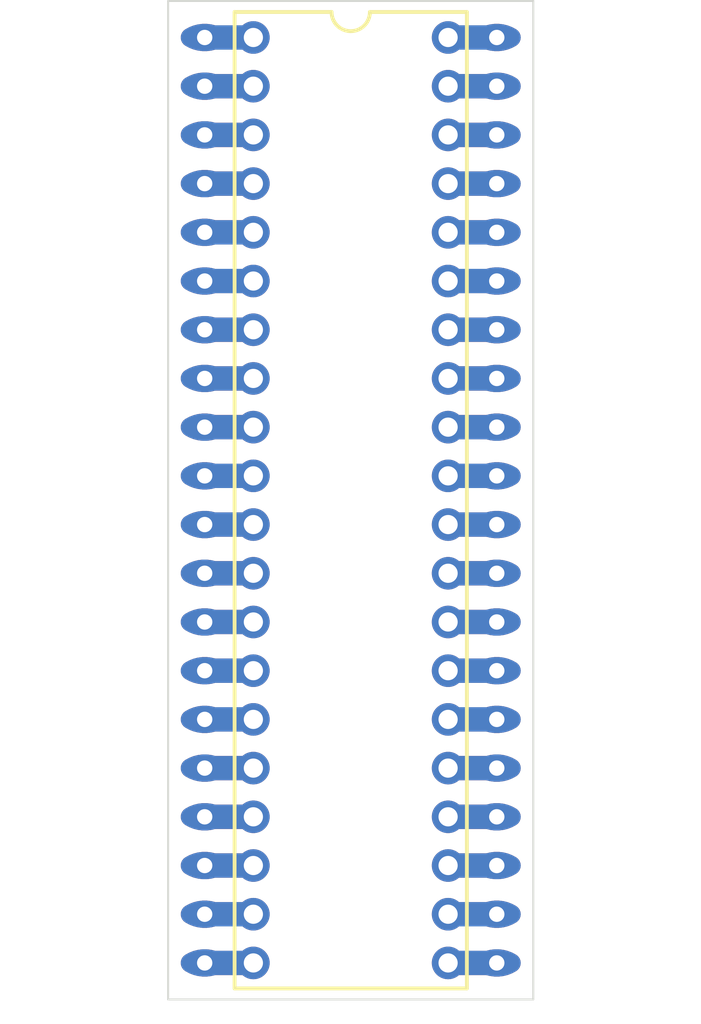
<source format=kicad_pcb>
(kicad_pcb (version 20221018) (generator pcbnew)
  (layers (0 "F.Cu" signal) (31 "B.Cu" signal) (34 "B.Paste" user) (35 "F.Paste" user) (36 "B.SilkS" user "B.Silkscreen") (37 "F.SilkS" user "F.Silkscreen") (38 "B.Mask" user) (39 "F.Mask" user) (44 "Edge.Cuts" user))
  (net 0 "")
  (footprint "Package_DIP:DIP-40_W15.24mm_LongPads" (layer "F.Cu") (at 128.27 73.66)
    (fp_text reference "REF**" hide)
    (fp_text value "DIP-40_W15.24mm_LongPads")
    (fp_line (start 1.56 -1.33) (end 1.56 49.59) (stroke (width 0.2)) (layer "F.SilkS"))
    (fp_line (start 1.56 49.59) (end 13.68 49.59) (stroke (width 0.2)) (layer "F.SilkS"))
    (fp_line (start 6.62 -1.33) (end 1.56 -1.33) (stroke (width 0.2)) (layer "F.SilkS"))
    (fp_line (start 13.68 -1.33) (end 8.62 -1.33) (stroke (width 0.2)) (layer "F.SilkS"))
    (fp_line (start 13.68 49.59) (end 13.68 -1.33) (stroke (width 0.2)) (layer "F.SilkS"))
    (fp_arc (start 8.62 -1.33) (mid 7.62 -0.33) (end 6.62 -1.33) (stroke (width 0.2)) (layer "F.SilkS"))
    (pad "1" thru_hole custom (at 0 0) (size 1.4 1.4) (drill 0.8) (layers "*.Cu" "*.Mask") (options (clearance outline) (anchor circle)) (primitives (gr_arc (start 0.75 0) (mid 0.000133 0.215097) (end -0.749774 0.000141) (width 1)) (gr_arc (start -0.75 0) (mid -0.000133 -0.215097) (end 0.749774 -0.000141) (width 1))))
    (pad "2" thru_hole custom (at 0 2.54) (size 1.4 1.4) (drill 0.8) (layers "*.Cu" "*.Mask") (options (clearance outline) (anchor circle)) (primitives (gr_arc (start 0.75 0) (mid 0.000133 0.215097) (end -0.749774 0.000141) (width 1)) (gr_arc (start -0.75 0) (mid -0.000133 -0.215097) (end 0.749774 -0.000141) (width 1))))
    (pad "3" thru_hole custom (at 0 5.08) (size 1.4 1.4) (drill 0.8) (layers "*.Cu" "*.Mask") (options (clearance outline) (anchor circle)) (primitives (gr_arc (start 0.75 0) (mid 0.000133 0.215097) (end -0.749774 0.000141) (width 1)) (gr_arc (start -0.75 0) (mid -0.000133 -0.215097) (end 0.749774 -0.000141) (width 1))))
    (pad "4" thru_hole custom (at 0 7.62) (size 1.4 1.4) (drill 0.8) (layers "*.Cu" "*.Mask") (options (clearance outline) (anchor circle)) (primitives (gr_arc (start 0.75 0) (mid 0.000133 0.215097) (end -0.749774 0.000141) (width 1)) (gr_arc (start -0.75 0) (mid -0.000133 -0.215097) (end 0.749774 -0.000141) (width 1))))
    (pad "5" thru_hole custom (at 0 10.16) (size 1.4 1.4) (drill 0.8) (layers "*.Cu" "*.Mask") (options (clearance outline) (anchor circle)) (primitives (gr_arc (start 0.75 0) (mid 0.000133 0.215097) (end -0.749774 0.000141) (width 1)) (gr_arc (start -0.75 0) (mid -0.000133 -0.215097) (end 0.749774 -0.000141) (width 1))))
    (pad "6" thru_hole custom (at 0 12.7) (size 1.4 1.4) (drill 0.8) (layers "*.Cu" "*.Mask") (options (clearance outline) (anchor circle)) (primitives (gr_arc (start 0.75 0) (mid 0.000133 0.215097) (end -0.749774 0.000141) (width 1)) (gr_arc (start -0.75 0) (mid -0.000133 -0.215097) (end 0.749774 -0.000141) (width 1))))
    (pad "7" thru_hole custom (at 0 15.24) (size 1.4 1.4) (drill 0.8) (layers "*.Cu" "*.Mask") (options (clearance outline) (anchor circle)) (primitives (gr_arc (start 0.75 0) (mid 0.000133 0.215097) (end -0.749774 0.000141) (width 1)) (gr_arc (start -0.75 0) (mid -0.000133 -0.215097) (end 0.749774 -0.000141) (width 1))))
    (pad "8" thru_hole custom (at 0 17.78) (size 1.4 1.4) (drill 0.8) (layers "*.Cu" "*.Mask") (options (clearance outline) (anchor circle)) (primitives (gr_arc (start 0.75 0) (mid 0.000133 0.215097) (end -0.749774 0.000141) (width 1)) (gr_arc (start -0.75 0) (mid -0.000133 -0.215097) (end 0.749774 -0.000141) (width 1))))
    (pad "9" thru_hole custom (at 0 20.32) (size 1.4 1.4) (drill 0.8) (layers "*.Cu" "*.Mask") (options (clearance outline) (anchor circle)) (primitives (gr_arc (start 0.75 0) (mid 0.000133 0.215097) (end -0.749774 0.000141) (width 1)) (gr_arc (start -0.75 0) (mid -0.000133 -0.215097) (end 0.749774 -0.000141) (width 1))))
    (pad "10" thru_hole custom (at 0 22.86) (size 1.4 1.4) (drill 0.8) (layers "*.Cu" "*.Mask") (options (clearance outline) (anchor circle)) (primitives (gr_arc (start 0.75 0) (mid 0.000133 0.215097) (end -0.749774 0.000141) (width 1)) (gr_arc (start -0.75 0) (mid -0.000133 -0.215097) (end 0.749774 -0.000141) (width 1))))
    (pad "11" thru_hole custom (at 0 25.4) (size 1.4 1.4) (drill 0.8) (layers "*.Cu" "*.Mask") (options (clearance outline) (anchor circle)) (primitives (gr_arc (start 0.75 0) (mid 0.000133 0.215097) (end -0.749774 0.000141) (width 1)) (gr_arc (start -0.75 0) (mid -0.000133 -0.215097) (end 0.749774 -0.000141) (width 1))))
    (pad "12" thru_hole custom (at 0 27.94) (size 1.4 1.4) (drill 0.8) (layers "*.Cu" "*.Mask") (options (clearance outline) (anchor circle)) (primitives (gr_arc (start 0.75 0) (mid 0.000133 0.215097) (end -0.749774 0.000141) (width 1)) (gr_arc (start -0.75 0) (mid -0.000133 -0.215097) (end 0.749774 -0.000141) (width 1))))
    (pad "13" thru_hole custom (at 0 30.48) (size 1.4 1.4) (drill 0.8) (layers "*.Cu" "*.Mask") (options (clearance outline) (anchor circle)) (primitives (gr_arc (start 0.75 0) (mid 0.000133 0.215097) (end -0.749774 0.000141) (width 1)) (gr_arc (start -0.75 0) (mid -0.000133 -0.215097) (end 0.749774 -0.000141) (width 1))))
    (pad "14" thru_hole custom (at 0 33.02) (size 1.4 1.4) (drill 0.8) (layers "*.Cu" "*.Mask") (options (clearance outline) (anchor circle)) (primitives (gr_arc (start 0.75 0) (mid 0.000133 0.215097) (end -0.749774 0.000141) (width 1)) (gr_arc (start -0.75 0) (mid -0.000133 -0.215097) (end 0.749774 -0.000141) (width 1))))
    (pad "15" thru_hole custom (at 0 35.56) (size 1.4 1.4) (drill 0.8) (layers "*.Cu" "*.Mask") (options (clearance outline) (anchor circle)) (primitives (gr_arc (start 0.75 0) (mid 0.000133 0.215097) (end -0.749774 0.000141) (width 1)) (gr_arc (start -0.75 0) (mid -0.000133 -0.215097) (end 0.749774 -0.000141) (width 1))))
    (pad "16" thru_hole custom (at 0 38.1) (size 1.4 1.4) (drill 0.8) (layers "*.Cu" "*.Mask") (options (clearance outline) (anchor circle)) (primitives (gr_arc (start 0.75 0) (mid 0.000133 0.215097) (end -0.749774 0.000141) (width 1)) (gr_arc (start -0.75 0) (mid -0.000133 -0.215097) (end 0.749774 -0.000141) (width 1))))
    (pad "17" thru_hole custom (at 0 40.64) (size 1.4 1.4) (drill 0.8) (layers "*.Cu" "*.Mask") (options (clearance outline) (anchor circle)) (primitives (gr_arc (start 0.75 0) (mid 0.000133 0.215097) (end -0.749774 0.000141) (width 1)) (gr_arc (start -0.75 0) (mid -0.000133 -0.215097) (end 0.749774 -0.000141) (width 1))))
    (pad "18" thru_hole custom (at 0 43.18) (size 1.4 1.4) (drill 0.8) (layers "*.Cu" "*.Mask") (options (clearance outline) (anchor circle)) (primitives (gr_arc (start 0.75 0) (mid 0.000133 0.215097) (end -0.749774 0.000141) (width 1)) (gr_arc (start -0.75 0) (mid -0.000133 -0.215097) (end 0.749774 -0.000141) (width 1))))
    (pad "19" thru_hole custom (at 0 45.72) (size 1.4 1.4) (drill 0.8) (layers "*.Cu" "*.Mask") (options (clearance outline) (anchor circle)) (primitives (gr_arc (start 0.75 0) (mid 0.000133 0.215097) (end -0.749774 0.000141) (width 1)) (gr_arc (start -0.75 0) (mid -0.000133 -0.215097) (end 0.749774 -0.000141) (width 1))))
    (pad "20" thru_hole custom (at 0 48.26) (size 1.4 1.4) (drill 0.8) (layers "*.Cu" "*.Mask") (options (clearance outline) (anchor circle)) (primitives (gr_arc (start 0.75 0) (mid 0.000133 0.215097) (end -0.749774 0.000141) (width 1)) (gr_arc (start -0.75 0) (mid -0.000133 -0.215097) (end 0.749774 -0.000141) (width 1))))
    (pad "21" thru_hole custom (at 15.24 48.26) (size 1.4 1.4) (drill 0.8) (layers "*.Cu" "*.Mask") (options (clearance outline) (anchor circle)) (primitives (gr_arc (start 0.75 0) (mid 0.000133 0.215097) (end -0.749774 0.000141) (width 1)) (gr_arc (start -0.75 0) (mid -0.000133 -0.215097) (end 0.749774 -0.000141) (width 1))))
    (pad "22" thru_hole custom (at 15.24 45.72) (size 1.4 1.4) (drill 0.8) (layers "*.Cu" "*.Mask") (options (clearance outline) (anchor circle)) (primitives (gr_arc (start 0.75 0) (mid 0.000133 0.215097) (end -0.749774 0.000141) (width 1)) (gr_arc (start -0.75 0) (mid -0.000133 -0.215097) (end 0.749774 -0.000141) (width 1))))
    (pad "23" thru_hole custom (at 15.24 43.18) (size 1.4 1.4) (drill 0.8) (layers "*.Cu" "*.Mask") (options (clearance outline) (anchor circle)) (primitives (gr_arc (start 0.75 0) (mid 0.000133 0.215097) (end -0.749774 0.000141) (width 1)) (gr_arc (start -0.75 0) (mid -0.000133 -0.215097) (end 0.749774 -0.000141) (width 1))))
    (pad "24" thru_hole custom (at 15.24 40.64) (size 1.4 1.4) (drill 0.8) (layers "*.Cu" "*.Mask") (options (clearance outline) (anchor circle)) (primitives (gr_arc (start 0.75 0) (mid 0.000133 0.215097) (end -0.749774 0.000141) (width 1)) (gr_arc (start -0.75 0) (mid -0.000133 -0.215097) (end 0.749774 -0.000141) (width 1))))
    (pad "25" thru_hole custom (at 15.24 38.1) (size 1.4 1.4) (drill 0.8) (layers "*.Cu" "*.Mask") (options (clearance outline) (anchor circle)) (primitives (gr_arc (start 0.75 0) (mid 0.000133 0.215097) (end -0.749774 0.000141) (width 1)) (gr_arc (start -0.75 0) (mid -0.000133 -0.215097) (end 0.749774 -0.000141) (width 1))))
    (pad "26" thru_hole custom (at 15.24 35.56) (size 1.4 1.4) (drill 0.8) (layers "*.Cu" "*.Mask") (options (clearance outline) (anchor circle)) (primitives (gr_arc (start 0.75 0) (mid 0.000133 0.215097) (end -0.749774 0.000141) (width 1)) (gr_arc (start -0.75 0) (mid -0.000133 -0.215097) (end 0.749774 -0.000141) (width 1))))
    (pad "27" thru_hole custom (at 15.24 33.02) (size 1.4 1.4) (drill 0.8) (layers "*.Cu" "*.Mask") (options (clearance outline) (anchor circle)) (primitives (gr_arc (start 0.75 0) (mid 0.000133 0.215097) (end -0.749774 0.000141) (width 1)) (gr_arc (start -0.75 0) (mid -0.000133 -0.215097) (end 0.749774 -0.000141) (width 1))))
    (pad "28" thru_hole custom (at 15.24 30.48) (size 1.4 1.4) (drill 0.8) (layers "*.Cu" "*.Mask") (options (clearance outline) (anchor circle)) (primitives (gr_arc (start 0.75 0) (mid 0.000133 0.215097) (end -0.749774 0.000141) (width 1)) (gr_arc (start -0.75 0) (mid -0.000133 -0.215097) (end 0.749774 -0.000141) (width 1))))
    (pad "29" thru_hole custom (at 15.24 27.94) (size 1.4 1.4) (drill 0.8) (layers "*.Cu" "*.Mask") (options (clearance outline) (anchor circle)) (primitives (gr_arc (start 0.75 0) (mid 0.000133 0.215097) (end -0.749774 0.000141) (width 1)) (gr_arc (start -0.75 0) (mid -0.000133 -0.215097) (end 0.749774 -0.000141) (width 1))))
    (pad "30" thru_hole custom (at 15.24 25.4) (size 1.4 1.4) (drill 0.8) (layers "*.Cu" "*.Mask") (options (clearance outline) (anchor circle)) (primitives (gr_arc (start 0.75 0) (mid 0.000133 0.215097) (end -0.749774 0.000141) (width 1)) (gr_arc (start -0.75 0) (mid -0.000133 -0.215097) (end 0.749774 -0.000141) (width 1))))
    (pad "31" thru_hole custom (at 15.24 22.86) (size 1.4 1.4) (drill 0.8) (layers "*.Cu" "*.Mask") (options (clearance outline) (anchor circle)) (primitives (gr_arc (start 0.75 0) (mid 0.000133 0.215097) (end -0.749774 0.000141) (width 1)) (gr_arc (start -0.75 0) (mid -0.000133 -0.215097) (end 0.749774 -0.000141) (width 1))))
    (pad "32" thru_hole custom (at 15.24 20.32) (size 1.4 1.4) (drill 0.8) (layers "*.Cu" "*.Mask") (options (clearance outline) (anchor circle)) (primitives (gr_arc (start 0.75 0) (mid 0.000133 0.215097) (end -0.749774 0.000141) (width 1)) (gr_arc (start -0.75 0) (mid -0.000133 -0.215097) (end 0.749774 -0.000141) (width 1))))
    (pad "33" thru_hole custom (at 15.24 17.78) (size 1.4 1.4) (drill 0.8) (layers "*.Cu" "*.Mask") (options (clearance outline) (anchor circle)) (primitives (gr_arc (start 0.75 0) (mid 0.000133 0.215097) (end -0.749774 0.000141) (width 1)) (gr_arc (start -0.75 0) (mid -0.000133 -0.215097) (end 0.749774 -0.000141) (width 1))))
    (pad "34" thru_hole custom (at 15.24 15.24) (size 1.4 1.4) (drill 0.8) (layers "*.Cu" "*.Mask") (options (clearance outline) (anchor circle)) (primitives (gr_arc (start 0.75 0) (mid 0.000133 0.215097) (end -0.749774 0.000141) (width 1)) (gr_arc (start -0.75 0) (mid -0.000133 -0.215097) (end 0.749774 -0.000141) (width 1))))
    (pad "35" thru_hole custom (at 15.24 12.7) (size 1.4 1.4) (drill 0.8) (layers "*.Cu" "*.Mask") (options (clearance outline) (anchor circle)) (primitives (gr_arc (start 0.75 0) (mid 0.000133 0.215097) (end -0.749774 0.000141) (width 1)) (gr_arc (start -0.75 0) (mid -0.000133 -0.215097) (end 0.749774 -0.000141) (width 1))))
    (pad "36" thru_hole custom (at 15.24 10.16) (size 1.4 1.4) (drill 0.8) (layers "*.Cu" "*.Mask") (options (clearance outline) (anchor circle)) (primitives (gr_arc (start 0.75 0) (mid 0.000133 0.215097) (end -0.749774 0.000141) (width 1)) (gr_arc (start -0.75 0) (mid -0.000133 -0.215097) (end 0.749774 -0.000141) (width 1))))
    (pad "37" thru_hole custom (at 15.24 7.62) (size 1.4 1.4) (drill 0.8) (layers "*.Cu" "*.Mask") (options (clearance outline) (anchor circle)) (primitives (gr_arc (start 0.75 0) (mid 0.000133 0.215097) (end -0.749774 0.000141) (width 1)) (gr_arc (start -0.75 0) (mid -0.000133 -0.215097) (end 0.749774 -0.000141) (width 1))))
    (pad "38" thru_hole custom (at 15.24 5.08) (size 1.4 1.4) (drill 0.8) (layers "*.Cu" "*.Mask") (options (clearance outline) (anchor circle)) (primitives (gr_arc (start 0.75 0) (mid 0.000133 0.215097) (end -0.749774 0.000141) (width 1)) (gr_arc (start -0.75 0) (mid -0.000133 -0.215097) (end 0.749774 -0.000141) (width 1))))
    (pad "39" thru_hole custom (at 15.24 2.54) (size 1.4 1.4) (drill 0.8) (layers "*.Cu" "*.Mask") (options (clearance outline) (anchor circle)) (primitives (gr_arc (start 0.75 0) (mid 0.000133 0.215097) (end -0.749774 0.000141) (width 1)) (gr_arc (start -0.75 0) (mid -0.000133 -0.215097) (end 0.749774 -0.000141) (width 1))))
    (pad "40" thru_hole custom (at 15.24 0) (size 1.4 1.4) (drill 0.8) (layers "*.Cu" "*.Mask") (options (clearance outline) (anchor circle)) (primitives (gr_arc (start 0.75 0) (mid 0.000133 0.215097) (end -0.749774 0.000141) (width 1)) (gr_arc (start -0.75 0) (mid -0.000133 -0.215097) (end 0.749774 -0.000141) (width 1))))
  )
  (footprint "Connector_PinHeader_2.54mm:PinHeader_1x20_P2.54mm_Vertical" (layer "B.Cu") (at 130.81 73.66 180)
    (fp_text reference "REF**" hide)
    (fp_text value "PinHeader_1x20_P2.54mm_Vertical")
    (pad "1" thru_hole circle (at 0 0 180) (size 1.7 1.7) (drill 1) (layers "*.Cu" "*.Mask"))
    (pad "2" thru_hole oval (at 0 -2.54 180) (size 1.7 1.7) (drill 1) (layers "*.Cu" "*.Mask"))
    (pad "3" thru_hole oval (at 0 -5.08 180) (size 1.7 1.7) (drill 1) (layers "*.Cu" "*.Mask"))
    (pad "4" thru_hole oval (at 0 -7.62 180) (size 1.7 1.7) (drill 1) (layers "*.Cu" "*.Mask"))
    (pad "5" thru_hole oval (at 0 -10.16 180) (size 1.7 1.7) (drill 1) (layers "*.Cu" "*.Mask"))
    (pad "6" thru_hole oval (at 0 -12.7 180) (size 1.7 1.7) (drill 1) (layers "*.Cu" "*.Mask"))
    (pad "7" thru_hole oval (at 0 -15.24 180) (size 1.7 1.7) (drill 1) (layers "*.Cu" "*.Mask"))
    (pad "8" thru_hole oval (at 0 -17.78 180) (size 1.7 1.7) (drill 1) (layers "*.Cu" "*.Mask"))
    (pad "9" thru_hole oval (at 0 -20.32 180) (size 1.7 1.7) (drill 1) (layers "*.Cu" "*.Mask"))
    (pad "10" thru_hole oval (at 0 -22.86 180) (size 1.7 1.7) (drill 1) (layers "*.Cu" "*.Mask"))
    (pad "11" thru_hole oval (at 0 -25.4 180) (size 1.7 1.7) (drill 1) (layers "*.Cu" "*.Mask"))
    (pad "12" thru_hole oval (at 0 -27.94 180) (size 1.7 1.7) (drill 1) (layers "*.Cu" "*.Mask"))
    (pad "13" thru_hole oval (at 0 -30.48 180) (size 1.7 1.7) (drill 1) (layers "*.Cu" "*.Mask"))
    (pad "14" thru_hole oval (at 0 -33.02 180) (size 1.7 1.7) (drill 1) (layers "*.Cu" "*.Mask"))
    (pad "15" thru_hole oval (at 0 -35.56 180) (size 1.7 1.7) (drill 1) (layers "*.Cu" "*.Mask"))
    (pad "16" thru_hole oval (at 0 -38.1 180) (size 1.7 1.7) (drill 1) (layers "*.Cu" "*.Mask"))
    (pad "17" thru_hole oval (at 0 -40.64 180) (size 1.7 1.7) (drill 1) (layers "*.Cu" "*.Mask"))
    (pad "18" thru_hole oval (at 0 -43.18 180) (size 1.7 1.7) (drill 1) (layers "*.Cu" "*.Mask"))
    (pad "19" thru_hole oval (at 0 -45.72 180) (size 1.7 1.7) (drill 1) (layers "*.Cu" "*.Mask"))
    (pad "20" thru_hole oval (at 0 -48.26 180) (size 1.7 1.7) (drill 1) (layers "*.Cu" "*.Mask"))
  )
  (footprint "Connector_PinHeader_2.54mm:PinHeader_1x20_P2.54mm_Vertical" (layer "B.Cu") (at 140.97 73.66 180)
    (fp_text reference "REF**" hide)
    (fp_text value "PinHeader_1x20_P2.54mm_Vertical")
    (pad "1" thru_hole circle (at 0 0 180) (size 1.7 1.7) (drill 1) (layers "*.Cu" "*.Mask"))
    (pad "2" thru_hole oval (at 0 -2.54 180) (size 1.7 1.7) (drill 1) (layers "*.Cu" "*.Mask"))
    (pad "3" thru_hole oval (at 0 -5.08 180) (size 1.7 1.7) (drill 1) (layers "*.Cu" "*.Mask"))
    (pad "4" thru_hole oval (at 0 -7.62 180) (size 1.7 1.7) (drill 1) (layers "*.Cu" "*.Mask"))
    (pad "5" thru_hole oval (at 0 -10.16 180) (size 1.7 1.7) (drill 1) (layers "*.Cu" "*.Mask"))
    (pad "6" thru_hole oval (at 0 -12.7 180) (size 1.7 1.7) (drill 1) (layers "*.Cu" "*.Mask"))
    (pad "7" thru_hole oval (at 0 -15.24 180) (size 1.7 1.7) (drill 1) (layers "*.Cu" "*.Mask"))
    (pad "8" thru_hole oval (at 0 -17.78 180) (size 1.7 1.7) (drill 1) (layers "*.Cu" "*.Mask"))
    (pad "9" thru_hole oval (at 0 -20.32 180) (size 1.7 1.7) (drill 1) (layers "*.Cu" "*.Mask"))
    (pad "10" thru_hole oval (at 0 -22.86 180) (size 1.7 1.7) (drill 1) (layers "*.Cu" "*.Mask"))
    (pad "11" thru_hole oval (at 0 -25.4 180) (size 1.7 1.7) (drill 1) (layers "*.Cu" "*.Mask"))
    (pad "12" thru_hole oval (at 0 -27.94 180) (size 1.7 1.7) (drill 1) (layers "*.Cu" "*.Mask"))
    (pad "13" thru_hole oval (at 0 -30.48 180) (size 1.7 1.7) (drill 1) (layers "*.Cu" "*.Mask"))
    (pad "14" thru_hole oval (at 0 -33.02 180) (size 1.7 1.7) (drill 1) (layers "*.Cu" "*.Mask"))
    (pad "15" thru_hole oval (at 0 -35.56 180) (size 1.7 1.7) (drill 1) (layers "*.Cu" "*.Mask"))
    (pad "16" thru_hole oval (at 0 -38.1 180) (size 1.7 1.7) (drill 1) (layers "*.Cu" "*.Mask"))
    (pad "17" thru_hole oval (at 0 -40.64 180) (size 1.7 1.7) (drill 1) (layers "*.Cu" "*.Mask"))
    (pad "18" thru_hole oval (at 0 -43.18 180) (size 1.7 1.7) (drill 1) (layers "*.Cu" "*.Mask"))
    (pad "19" thru_hole oval (at 0 -45.72 180) (size 1.7 1.7) (drill 1) (layers "*.Cu" "*.Mask"))
    (pad "20" thru_hole oval (at 0 -48.26 180) (size 1.7 1.7) (drill 1) (layers "*.Cu" "*.Mask"))
  )
  (gr_line (start 126.365 71.755) (end 145.415 71.755) (stroke (width 0.1)) (layer "Edge.Cuts"))
  (gr_line (start 145.415 123.825) (end 126.365 123.825) (stroke (width 0.1)) (layer "Edge.Cuts"))
  (gr_line (start 126.365 123.825) (end 126.365 71.755) (stroke (width 0.1)) (layer "Edge.Cuts"))
  (gr_line (start 145.415 71.755) (end 145.415 123.825) (stroke (width 0.1)) (layer "Edge.Cuts"))
  (segment (start 128.27 88.9) (end 130.81 88.9) (width 1.27) (layer "F.Cu") (net 0))
  (segment (start 140.97 96.52) (end 143.51 96.52) (width 1.27) (layer "F.Cu") (net 0))
  (segment (start 140.97 106.68) (end 143.51 106.68) (width 1.27) (layer "F.Cu") (net 0))
  (segment (start 128.27 104.14) (end 130.81 104.14) (width 1.27) (layer "F.Cu") (net 0))
  (segment (start 140.97 114.3) (end 143.51 114.3) (width 1.27) (layer "F.Cu") (net 0))
  (segment (start 128.27 109.22) (end 130.81 109.22) (width 1.27) (layer "F.Cu") (net 0))
  (segment (start 140.97 101.6) (end 143.51 101.6) (width 1.27) (layer "F.Cu") (net 0))
  (segment (start 128.27 96.52) (end 130.81 96.52) (width 1.27) (layer "F.Cu") (net 0))
  (segment (start 140.97 121.92) (end 143.51 121.92) (width 1.27) (layer "F.Cu") (net 0))
  (segment (start 128.27 91.44) (end 130.81 91.44) (width 1.27) (layer "F.Cu") (net 0))
  (segment (start 140.97 111.76) (end 143.51 111.76) (width 1.27) (layer "F.Cu") (net 0))
  (segment (start 140.97 73.66) (end 143.51 73.66) (width 1.27) (layer "F.Cu") (net 0))
  (segment (start 140.97 91.44) (end 143.51 91.44) (width 1.27) (layer "F.Cu") (net 0))
  (segment (start 140.97 83.82) (end 143.51 83.82) (width 1.27) (layer "F.Cu") (net 0))
  (segment (start 140.97 86.36) (end 143.51 86.36) (width 1.27) (layer "F.Cu") (net 0))
  (segment (start 128.27 114.3) (end 130.81 114.3) (width 1.27) (layer "F.Cu") (net 0))
  (segment (start 128.27 81.28) (end 130.81 81.28) (width 1.27) (layer "F.Cu") (net 0))
  (segment (start 140.97 88.9) (end 143.51 88.9) (width 1.27) (layer "F.Cu") (net 0))
  (segment (start 140.97 76.2) (end 143.51 76.2) (width 1.27) (layer "F.Cu") (net 0))
  (segment (start 140.97 109.22) (end 143.51 109.22) (width 1.27) (layer "F.Cu") (net 0))
  (segment (start 140.97 78.74) (end 143.51 78.74) (width 1.27) (layer "F.Cu") (net 0))
  (segment (start 128.27 73.66) (end 130.81 73.66) (width 1.27) (layer "F.Cu") (net 0))
  (segment (start 128.27 86.36) (end 130.81 86.36) (width 1.27) (layer "F.Cu") (net 0))
  (segment (start 128.27 99.06) (end 130.81 99.06) (width 1.27) (layer "F.Cu") (net 0))
  (segment (start 140.97 116.84) (end 143.51 116.84) (width 1.27) (layer "F.Cu") (net 0))
  (segment (start 128.27 106.68) (end 130.81 106.68) (width 1.27) (layer "F.Cu") (net 0))
  (segment (start 128.27 119.38) (end 130.81 119.38) (width 1.27) (layer "F.Cu") (net 0))
  (segment (start 128.27 121.92) (end 130.81 121.92) (width 1.27) (layer "F.Cu") (net 0))
  (segment (start 140.97 93.98) (end 143.51 93.98) (width 1.27) (layer "F.Cu") (net 0))
  (segment (start 140.97 81.28) (end 143.51 81.28) (width 1.27) (layer "F.Cu") (net 0))
  (segment (start 140.97 99.06) (end 143.51 99.06) (width 1.27) (layer "F.Cu") (net 0))
  (segment (start 128.27 116.84) (end 130.81 116.84) (width 1.27) (layer "F.Cu") (net 0))
  (segment (start 128.27 83.82) (end 130.81 83.82) (width 1.27) (layer "F.Cu") (net 0))
  (segment (start 128.27 76.2) (end 130.81 76.2) (width 1.27) (layer "F.Cu") (net 0))
  (segment (start 128.27 101.6) (end 130.81 101.6) (width 1.27) (layer "F.Cu") (net 0))
  (segment (start 128.27 93.98) (end 130.81 93.98) (width 1.27) (layer "F.Cu") (net 0))
  (segment (start 128.27 78.74) (end 130.81 78.74) (width 1.27) (layer "F.Cu") (net 0))
  (segment (start 128.27 111.76) (end 130.81 111.76) (width 1.27) (layer "F.Cu") (net 0))
  (segment (start 140.97 119.38) (end 143.51 119.38) (width 1.27) (layer "F.Cu") (net 0))
  (segment (start 140.97 104.14) (end 143.51 104.14) (width 1.27) (layer "F.Cu") (net 0))
  (segment (start 128.27 78.74) (end 130.81 78.74) (width 1.27) (layer "B.Cu") (net 0))
  (segment (start 140.97 121.92) (end 143.51 121.92) (width 1.27) (layer "B.Cu") (net 0))
  (segment (start 140.97 96.52) (end 143.51 96.52) (width 1.27) (layer "B.Cu") (net 0))
  (segment (start 140.97 73.66) (end 143.51 73.66) (width 1.27) (layer "B.Cu") (net 0))
  (segment (start 140.97 93.98) (end 143.51 93.98) (width 1.27) (layer "B.Cu") (net 0))
  (segment (start 128.27 109.22) (end 130.81 109.22) (width 1.27) (layer "B.Cu") (net 0))
  (segment (start 140.97 111.76) (end 143.51 111.76) (width 1.27) (layer "B.Cu") (net 0))
  (segment (start 140.97 101.6) (end 143.51 101.6) (width 1.27) (layer "B.Cu") (net 0))
  (segment (start 140.97 76.2) (end 143.51 76.2) (width 1.27) (layer "B.Cu") (net 0))
  (segment (start 140.97 83.82) (end 143.51 83.82) (width 1.27) (layer "B.Cu") (net 0))
  (segment (start 140.97 91.44) (end 143.51 91.44) (width 1.27) (layer "B.Cu") (net 0))
  (segment (start 140.97 116.84) (end 143.51 116.84) (width 1.27) (layer "B.Cu") (net 0))
  (segment (start 128.27 99.06) (end 130.81 99.06) (width 1.27) (layer "B.Cu") (net 0))
  (segment (start 140.97 109.22) (end 143.51 109.22) (width 1.27) (layer "B.Cu") (net 0))
  (segment (start 140.97 81.28) (end 143.51 81.28) (width 1.27) (layer "B.Cu") (net 0))
  (segment (start 140.97 88.9) (end 143.51 88.9) (width 1.27) (layer "B.Cu") (net 0))
  (segment (start 128.27 104.14) (end 130.81 104.14) (width 1.27) (layer "B.Cu") (net 0))
  (segment (start 128.27 88.9) (end 130.81 88.9) (width 1.27) (layer "B.Cu") (net 0))
  (segment (start 140.97 86.36) (end 143.51 86.36) (width 1.27) (layer "B.Cu") (net 0))
  (segment (start 128.27 83.82) (end 130.81 83.82) (width 1.27) (layer "B.Cu") (net 0))
  (segment (start 128.27 93.98) (end 130.81 93.98) (width 1.27) (layer "B.Cu") (net 0))
  (segment (start 140.97 99.06) (end 143.51 99.06) (width 1.27) (layer "B.Cu") (net 0))
  (segment (start 128.27 81.28) (end 130.81 81.28) (width 1.27) (layer "B.Cu") (net 0))
  (segment (start 140.97 106.68) (end 143.51 106.68) (width 1.27) (layer "B.Cu") (net 0))
  (segment (start 128.27 121.92) (end 130.81 121.92) (width 1.27) (layer "B.Cu") (net 0))
  (segment (start 128.27 86.36) (end 130.81 86.36) (width 1.27) (layer "B.Cu") (net 0))
  (segment (start 128.27 119.38) (end 130.81 119.38) (width 1.27) (layer "B.Cu") (net 0))
  (segment (start 128.27 116.84) (end 130.81 116.84) (width 1.27) (layer "B.Cu") (net 0))
  (segment (start 140.97 104.14) (end 143.51 104.14) (width 1.27) (layer "B.Cu") (net 0))
  (segment (start 128.27 91.44) (end 130.81 91.44) (width 1.27) (layer "B.Cu") (net 0))
  (segment (start 128.27 96.52) (end 130.81 96.52) (width 1.27) (layer "B.Cu") (net 0))
  (segment (start 140.97 78.74) (end 143.51 78.74) (width 1.27) (layer "B.Cu") (net 0))
  (segment (start 128.27 114.3) (end 130.81 114.3) (width 1.27) (layer "B.Cu") (net 0))
  (segment (start 128.27 73.66) (end 130.81 73.66) (width 1.27) (layer "B.Cu") (net 0))
  (segment (start 128.27 76.2) (end 130.81 76.2) (width 1.27) (layer "B.Cu") (net 0))
  (segment (start 140.97 114.3) (end 143.51 114.3) (width 1.27) (layer "B.Cu") (net 0))
  (segment (start 140.97 119.38) (end 143.51 119.38) (width 1.27) (layer "B.Cu") (net 0))
  (segment (start 128.27 101.6) (end 130.81 101.6) (width 1.27) (layer "B.Cu") (net 0))
  (segment (start 128.27 111.76) (end 130.81 111.76) (width 1.27) (layer "B.Cu") (net 0))
  (segment (start 128.27 106.68) (end 130.81 106.68) (width 1.27) (layer "B.Cu") (net 0))
)
</source>
